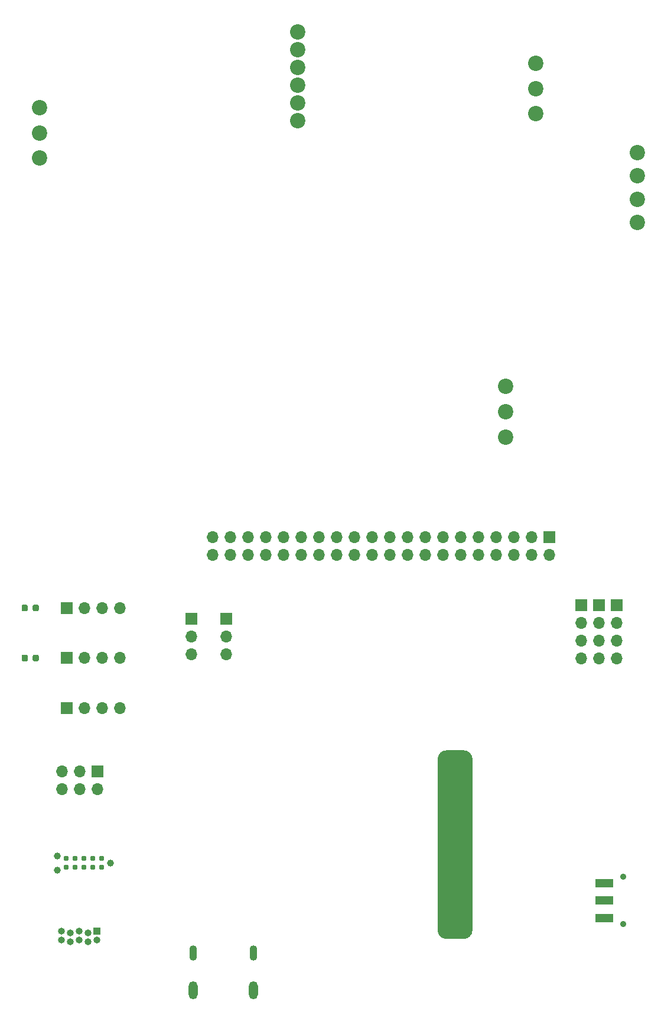
<source format=gts>
G04 #@! TF.GenerationSoftware,KiCad,Pcbnew,(5.1.9)-1*
G04 #@! TF.CreationDate,2021-01-16T22:32:26-07:00*
G04 #@! TF.ProjectId,purplewizard-pogo,70757270-6c65-4776-997a-6172642d706f,1*
G04 #@! TF.SameCoordinates,Original*
G04 #@! TF.FileFunction,Soldermask,Top*
G04 #@! TF.FilePolarity,Negative*
%FSLAX46Y46*%
G04 Gerber Fmt 4.6, Leading zero omitted, Abs format (unit mm)*
G04 Created by KiCad (PCBNEW (5.1.9)-1) date 2021-01-16 22:32:26*
%MOMM*%
%LPD*%
G01*
G04 APERTURE LIST*
%ADD10C,2.200000*%
%ADD11C,0.900000*%
%ADD12R,2.500000X1.250000*%
%ADD13C,0.985520*%
%ADD14C,0.988060*%
%ADD15C,0.784860*%
%ADD16R,1.000000X1.000000*%
%ADD17O,1.000000X1.000000*%
%ADD18O,1.300000X2.600000*%
%ADD19O,1.100000X2.200000*%
%ADD20O,1.700000X1.700000*%
%ADD21R,1.700000X1.700000*%
G04 APERTURE END LIST*
G36*
G01*
X186005600Y-169993600D02*
X186005600Y-145493600D01*
G75*
G02*
X187255600Y-144243600I1250000J0D01*
G01*
X189755600Y-144243600D01*
G75*
G02*
X191005600Y-145493600I0J-1250000D01*
G01*
X191005600Y-169993600D01*
G75*
G02*
X189755600Y-171243600I-1250000J0D01*
G01*
X187255600Y-171243600D01*
G75*
G02*
X186005600Y-169993600I0J1250000D01*
G01*
G37*
D10*
X214655600Y-58703600D03*
X214655600Y-62036933D03*
X214655600Y-68703600D03*
X214635600Y-65363600D03*
X165955600Y-51605600D03*
X165955600Y-43991600D03*
X165955600Y-49067600D03*
X128943600Y-52273600D03*
X165955600Y-41453600D03*
X165955600Y-46529600D03*
X165955600Y-54143600D03*
X128943600Y-59463600D03*
X128943600Y-55868600D03*
X200095600Y-53153600D03*
X200115600Y-49523600D03*
X200115600Y-45893600D03*
X195785600Y-99423600D03*
X195785600Y-95783600D03*
X195785600Y-92143600D03*
D11*
X212615600Y-162333600D03*
X212615600Y-169133600D03*
D12*
X209865600Y-163233600D03*
X209865600Y-165733600D03*
X209865600Y-168233600D03*
D13*
X131485600Y-159357600D03*
X131485600Y-161389600D03*
D14*
X139105600Y-160373600D03*
D15*
X135295600Y-161008600D03*
X135295600Y-159738600D03*
X136565600Y-161008600D03*
X136565600Y-159738600D03*
X137835600Y-161008600D03*
X137835600Y-159738600D03*
X134025600Y-159738600D03*
X134025600Y-161008600D03*
X132755600Y-159738600D03*
X132755600Y-161008600D03*
D16*
X137175600Y-170153600D03*
D17*
X137175600Y-171423600D03*
X135905600Y-170353600D03*
X135905600Y-171623600D03*
X134635600Y-170153600D03*
X134635600Y-171423600D03*
X133365600Y-170353600D03*
X133365600Y-171623600D03*
X132095600Y-170153600D03*
X132095600Y-171423600D03*
D18*
X150945600Y-178623600D03*
X159585600Y-178623600D03*
D19*
X150945600Y-173263600D03*
X159585600Y-173263600D03*
D20*
X140460601Y-138168599D03*
X137920601Y-138168599D03*
X135380601Y-138168599D03*
D21*
X132840601Y-138168599D03*
X132840601Y-131038599D03*
D20*
X135380601Y-131038599D03*
X137920601Y-131038599D03*
X140460601Y-131038599D03*
D21*
X132840601Y-123908599D03*
D20*
X135380601Y-123908599D03*
X137920601Y-123908599D03*
X140460601Y-123908599D03*
D21*
X137245600Y-147233600D03*
D20*
X137245600Y-149773600D03*
X134705600Y-147233600D03*
X134705600Y-149773600D03*
X132165600Y-147233600D03*
X132165600Y-149773600D03*
D21*
X209175600Y-123433600D03*
D20*
X209175600Y-125973600D03*
X209175600Y-128513600D03*
X209175600Y-131053600D03*
D21*
X211715600Y-123433600D03*
D20*
X211715600Y-125973600D03*
X211715600Y-128513600D03*
X211715600Y-131053600D03*
X206635600Y-131053600D03*
X206635600Y-128513600D03*
X206635600Y-125973600D03*
D21*
X206635600Y-123433600D03*
X201985600Y-113693600D03*
D20*
X201985600Y-116233600D03*
X199445600Y-113693600D03*
X199445600Y-116233600D03*
X196905600Y-113693600D03*
X196905600Y-116233600D03*
X194365600Y-113693600D03*
X194365600Y-116233600D03*
X191825600Y-113693600D03*
X191825600Y-116233600D03*
X189285600Y-113693600D03*
X189285600Y-116233600D03*
X186745600Y-113693600D03*
X186745600Y-116233600D03*
X184205600Y-113693600D03*
X184205600Y-116233600D03*
X181665600Y-113693600D03*
X181665600Y-116233600D03*
X179125600Y-113693600D03*
X179125600Y-116233600D03*
X176585600Y-113693600D03*
X176585600Y-116233600D03*
X174045600Y-113693600D03*
X174045600Y-116233600D03*
X171505600Y-113693600D03*
X171505600Y-116233600D03*
X168965600Y-113693600D03*
X168965600Y-116233600D03*
X166425600Y-113693600D03*
X166425600Y-116233600D03*
X163885600Y-113693600D03*
X163885600Y-116233600D03*
X161345600Y-113693600D03*
X161345600Y-116233600D03*
X158805600Y-113693600D03*
X158805600Y-116233600D03*
X156265600Y-113693600D03*
X156265600Y-116233600D03*
X153725600Y-113693600D03*
X153725600Y-116233600D03*
G36*
G01*
X127965600Y-131289850D02*
X127965600Y-130777350D01*
G75*
G02*
X128184350Y-130558600I218750J0D01*
G01*
X128621850Y-130558600D01*
G75*
G02*
X128840600Y-130777350I0J-218750D01*
G01*
X128840600Y-131289850D01*
G75*
G02*
X128621850Y-131508600I-218750J0D01*
G01*
X128184350Y-131508600D01*
G75*
G02*
X127965600Y-131289850I0J218750D01*
G01*
G37*
G36*
G01*
X126390600Y-131289850D02*
X126390600Y-130777350D01*
G75*
G02*
X126609350Y-130558600I218750J0D01*
G01*
X127046850Y-130558600D01*
G75*
G02*
X127265600Y-130777350I0J-218750D01*
G01*
X127265600Y-131289850D01*
G75*
G02*
X127046850Y-131508600I-218750J0D01*
G01*
X126609350Y-131508600D01*
G75*
G02*
X126390600Y-131289850I0J218750D01*
G01*
G37*
G36*
G01*
X126390600Y-124129850D02*
X126390600Y-123617350D01*
G75*
G02*
X126609350Y-123398600I218750J0D01*
G01*
X127046850Y-123398600D01*
G75*
G02*
X127265600Y-123617350I0J-218750D01*
G01*
X127265600Y-124129850D01*
G75*
G02*
X127046850Y-124348600I-218750J0D01*
G01*
X126609350Y-124348600D01*
G75*
G02*
X126390600Y-124129850I0J218750D01*
G01*
G37*
G36*
G01*
X127965600Y-124129850D02*
X127965600Y-123617350D01*
G75*
G02*
X128184350Y-123398600I218750J0D01*
G01*
X128621850Y-123398600D01*
G75*
G02*
X128840600Y-123617350I0J-218750D01*
G01*
X128840600Y-124129850D01*
G75*
G02*
X128621850Y-124348600I-218750J0D01*
G01*
X128184350Y-124348600D01*
G75*
G02*
X127965600Y-124129850I0J218750D01*
G01*
G37*
D21*
X150735600Y-125413600D03*
D20*
X150735600Y-127953600D03*
X150735600Y-130493600D03*
X155715600Y-130493600D03*
X155715600Y-127953600D03*
D21*
X155715600Y-125413600D03*
M02*

</source>
